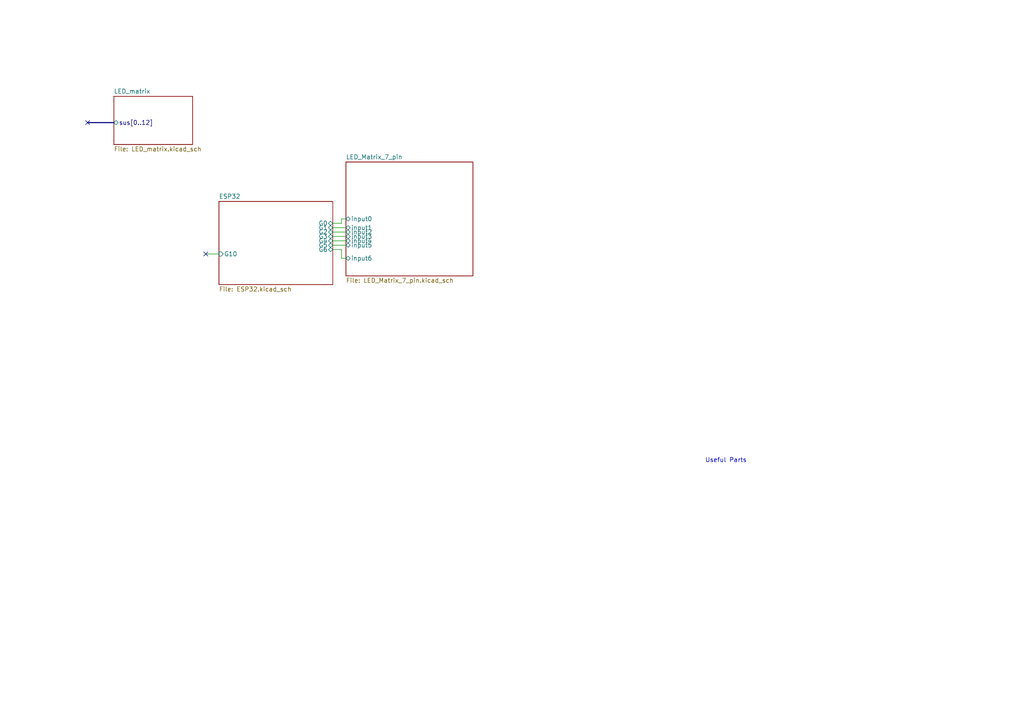
<source format=kicad_sch>
(kicad_sch
	(version 20231120)
	(generator "eeschema")
	(generator_version "8.0")
	(uuid "93cf1a11-1660-4ae3-a523-02ca090cff0a")
	(paper "A4")
	(lib_symbols)
	(no_connect
		(at 59.69 73.66)
		(uuid "1f6c4256-5348-4617-bee0-5016f7d64563")
	)
	(no_connect
		(at 25.4 35.56)
		(uuid "365d03f5-5a3d-4daf-92e1-b25f861539ea")
	)
	(wire
		(pts
			(xy 96.52 71.12) (xy 100.33 71.12)
		)
		(stroke
			(width 0)
			(type default)
		)
		(uuid "066420df-d6b5-4354-83c6-28503b16081d")
	)
	(wire
		(pts
			(xy 96.52 68.58) (xy 100.33 68.58)
		)
		(stroke
			(width 0)
			(type default)
		)
		(uuid "1d3b249d-ee4c-48df-9ef8-6ed0e2fc7a18")
	)
	(wire
		(pts
			(xy 99.06 72.39) (xy 99.06 74.93)
		)
		(stroke
			(width 0)
			(type default)
		)
		(uuid "2ff99ecf-c4dd-43c2-8eb7-92946dfc9439")
	)
	(wire
		(pts
			(xy 96.52 66.04) (xy 100.33 66.04)
		)
		(stroke
			(width 0)
			(type default)
		)
		(uuid "5ed4adf8-c408-41bf-a644-1b962a81d29b")
	)
	(wire
		(pts
			(xy 96.52 69.85) (xy 100.33 69.85)
		)
		(stroke
			(width 0)
			(type default)
		)
		(uuid "6f0119ef-fe03-419f-8fcf-8dcfae7607a6")
	)
	(wire
		(pts
			(xy 99.06 64.77) (xy 96.52 64.77)
		)
		(stroke
			(width 0)
			(type default)
		)
		(uuid "8c5a0631-0ec1-44d8-b6f5-ae1ce2be6fcf")
	)
	(wire
		(pts
			(xy 99.06 74.93) (xy 100.33 74.93)
		)
		(stroke
			(width 0)
			(type default)
		)
		(uuid "97da48b8-13cc-42a1-b3a2-3e6ee31df811")
	)
	(wire
		(pts
			(xy 96.52 72.39) (xy 99.06 72.39)
		)
		(stroke
			(width 0)
			(type default)
		)
		(uuid "9abe070b-73cc-48dd-977d-d25bd2ffa051")
	)
	(wire
		(pts
			(xy 96.52 67.31) (xy 100.33 67.31)
		)
		(stroke
			(width 0)
			(type default)
		)
		(uuid "b621ca2c-b115-4f48-95b4-567d06fee04e")
	)
	(bus
		(pts
			(xy 25.4 35.56) (xy 33.02 35.56)
		)
		(stroke
			(width 0)
			(type default)
		)
		(uuid "c3d22f88-ed49-4660-a18b-8896e9599adf")
	)
	(wire
		(pts
			(xy 59.69 73.66) (xy 63.5 73.66)
		)
		(stroke
			(width 0)
			(type default)
		)
		(uuid "c77fbeb5-72fe-4aea-adc0-27cd4c34178d")
	)
	(wire
		(pts
			(xy 99.06 63.5) (xy 99.06 64.77)
		)
		(stroke
			(width 0)
			(type default)
		)
		(uuid "ce8fc3a8-794a-4029-8785-d185cb1dddee")
	)
	(wire
		(pts
			(xy 99.06 63.5) (xy 100.33 63.5)
		)
		(stroke
			(width 0)
			(type default)
		)
		(uuid "f47911b9-5b27-4249-8e6c-cd91b63efbbf")
	)
	(text "Useful Parts"
		(exclude_from_sim no)
		(at 210.566 133.604 0)
		(effects
			(font
				(size 1.27 1.27)
			)
		)
		(uuid "0becbd3a-08ed-43f9-91ea-6bbb5a00f5f6")
	)
	(sheet
		(at 33.02 27.94)
		(size 22.86 13.97)
		(fields_autoplaced yes)
		(stroke
			(width 0.1524)
			(type solid)
		)
		(fill
			(color 0 0 0 0.0000)
		)
		(uuid "52dec562-2417-434d-bec4-5ac4d8f35904")
		(property "Sheetname" "LED_matrix"
			(at 33.02 27.2284 0)
			(effects
				(font
					(size 1.27 1.27)
				)
				(justify left bottom)
			)
		)
		(property "Sheetfile" "LED_matrix.kicad_sch"
			(at 33.02 42.4946 0)
			(effects
				(font
					(size 1.27 1.27)
				)
				(justify left top)
			)
		)
		(pin "sus[0..12]" tri_state
			(at 33.02 35.56 180)
			(effects
				(font
					(size 1.27 1.27)
				)
				(justify left)
			)
			(uuid "5b848280-a179-451f-b776-9308000743a7")
		)
		(instances
			(project "esp-card"
				(path "/93cf1a11-1660-4ae3-a523-02ca090cff0a"
					(page "2")
				)
			)
		)
	)
	(sheet
		(at 100.33 46.99)
		(size 36.83 33.02)
		(fields_autoplaced yes)
		(stroke
			(width 0.1524)
			(type solid)
		)
		(fill
			(color 0 0 0 0.0000)
		)
		(uuid "8f237209-f932-45f7-b7bc-f97443ee2306")
		(property "Sheetname" "LED_Matrix_7_pin"
			(at 100.33 46.2784 0)
			(effects
				(font
					(size 1.27 1.27)
				)
				(justify left bottom)
			)
		)
		(property "Sheetfile" "LED_Matrix_7_pin.kicad_sch"
			(at 100.33 80.5946 0)
			(effects
				(font
					(size 1.27 1.27)
				)
				(justify left top)
			)
		)
		(pin "input3" tri_state
			(at 100.33 68.58 180)
			(effects
				(font
					(size 1.27 1.27)
				)
				(justify left)
			)
			(uuid "148d01e8-3d50-46ba-8756-f17a515219e5")
		)
		(pin "input0" tri_state
			(at 100.33 63.5 180)
			(effects
				(font
					(size 1.27 1.27)
				)
				(justify left)
			)
			(uuid "eb0e62ec-a297-4a14-97ec-6e65313b26d8")
		)
		(pin "input1" tri_state
			(at 100.33 66.04 180)
			(effects
				(font
					(size 1.27 1.27)
				)
				(justify left)
			)
			(uuid "a0ebd756-2e06-402d-bafa-a6e2f0f1758c")
		)
		(pin "input4" tri_state
			(at 100.33 69.85 180)
			(effects
				(font
					(size 1.27 1.27)
				)
				(justify left)
			)
			(uuid "5098be0e-76f9-4ec3-ba9e-ad3fe7a719d4")
		)
		(pin "input2" tri_state
			(at 100.33 67.31 180)
			(effects
				(font
					(size 1.27 1.27)
				)
				(justify left)
			)
			(uuid "c9d940f1-21a4-460d-b5fe-9ec439812bc1")
		)
		(pin "input6" tri_state
			(at 100.33 74.93 180)
			(effects
				(font
					(size 1.27 1.27)
				)
				(justify left)
			)
			(uuid "91e08535-d430-4108-9553-7ee0e84d73ca")
		)
		(pin "input5" tri_state
			(at 100.33 71.12 180)
			(effects
				(font
					(size 1.27 1.27)
				)
				(justify left)
			)
			(uuid "5364ea64-9c13-408c-8d38-fc59f0767492")
		)
		(instances
			(project "esp-card"
				(path "/93cf1a11-1660-4ae3-a523-02ca090cff0a"
					(page "4")
				)
			)
		)
	)
	(sheet
		(at 63.5 58.42)
		(size 33.02 24.13)
		(fields_autoplaced yes)
		(stroke
			(width 0.1524)
			(type solid)
		)
		(fill
			(color 0 0 0 0.0000)
		)
		(uuid "bb5d4e4a-cd64-4c06-bd3c-c3b86fee81c9")
		(property "Sheetname" "ESP32"
			(at 63.5 57.7084 0)
			(effects
				(font
					(size 1.27 1.27)
				)
				(justify left bottom)
			)
		)
		(property "Sheetfile" "ESP32.kicad_sch"
			(at 63.5 83.1346 0)
			(effects
				(font
					(size 1.27 1.27)
				)
				(justify left top)
			)
		)
		(pin "G3" bidirectional
			(at 96.52 68.58 0)
			(effects
				(font
					(size 1.27 1.27)
				)
				(justify right)
			)
			(uuid "d916e08b-6a28-422e-be5d-19e0f63393a7")
		)
		(pin "G4" tri_state
			(at 96.52 69.85 0)
			(effects
				(font
					(size 1.27 1.27)
				)
				(justify right)
			)
			(uuid "35e49895-51b0-4c4f-8920-308b787cc429")
		)
		(pin "G5" tri_state
			(at 96.52 71.12 0)
			(effects
				(font
					(size 1.27 1.27)
				)
				(justify right)
			)
			(uuid "e5c0f90c-3336-4f4a-b323-23900d1a9fda")
		)
		(pin "G2" tri_state
			(at 96.52 67.31 0)
			(effects
				(font
					(size 1.27 1.27)
				)
				(justify right)
			)
			(uuid "2e80ddab-4e02-4314-9d9f-96a31439acd2")
		)
		(pin "G1" tri_state
			(at 96.52 66.04 0)
			(effects
				(font
					(size 1.27 1.27)
				)
				(justify right)
			)
			(uuid "60f89fc1-b6d3-48c4-b745-c4ff11509f83")
		)
		(pin "G0" tri_state
			(at 96.52 64.77 0)
			(effects
				(font
					(size 1.27 1.27)
				)
				(justify right)
			)
			(uuid "9179a6a2-d67f-41a2-a6d9-1aef3c7a6790")
		)
		(pin "G6" tri_state
			(at 96.52 72.39 0)
			(effects
				(font
					(size 1.27 1.27)
				)
				(justify right)
			)
			(uuid "cfd19b0a-6253-42ac-b98b-740f1f03ff44")
		)
		(pin "G10" input
			(at 63.5 73.66 180)
			(effects
				(font
					(size 1.27 1.27)
				)
				(justify left)
			)
			(uuid "2e4e9189-6e70-43d0-b52c-6c76ad584fdd")
		)
		(instances
			(project "esp-card"
				(path "/93cf1a11-1660-4ae3-a523-02ca090cff0a"
					(page "3")
				)
			)
		)
	)
	(sheet_instances
		(path "/"
			(page "1")
		)
	)
)
</source>
